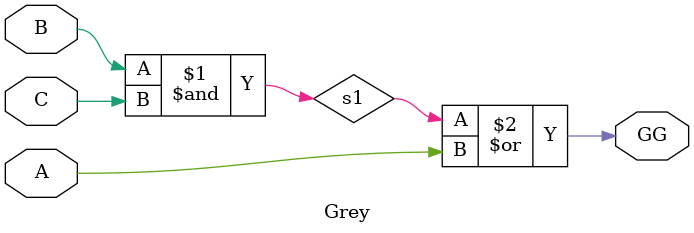
<source format=v>
module Grey(A,B,C,GG);
  input A,B,C;
  output GG;
  wire s1 ;
  assign s1 = B & C;
  assign GG=s1 | A;
endmodule

</source>
